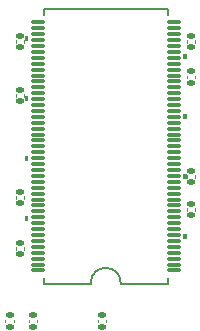
<source format=gbr>
%TF.GenerationSoftware,KiCad,Pcbnew,8.99.0-2608-ga0707285a1*%
%TF.CreationDate,2024-10-22T01:26:18-04:00*%
%TF.ProjectId,shinobi,7368696e-6f62-4692-9e6b-696361645f70,rev?*%
%TF.SameCoordinates,Original*%
%TF.FileFunction,Legend,Bot*%
%TF.FilePolarity,Positive*%
%FSLAX46Y46*%
G04 Gerber Fmt 4.6, Leading zero omitted, Abs format (unit mm)*
G04 Created by KiCad (PCBNEW 8.99.0-2608-ga0707285a1) date 2024-10-22 01:26:18*
%MOMM*%
%LPD*%
G01*
G04 APERTURE LIST*
G04 Aperture macros list*
%AMRoundRect*
0 Rectangle with rounded corners*
0 $1 Rounding radius*
0 $2 $3 $4 $5 $6 $7 $8 $9 X,Y pos of 4 corners*
0 Add a 4 corners polygon primitive as box body*
4,1,4,$2,$3,$4,$5,$6,$7,$8,$9,$2,$3,0*
0 Add four circle primitives for the rounded corners*
1,1,$1+$1,$2,$3*
1,1,$1+$1,$4,$5*
1,1,$1+$1,$6,$7*
1,1,$1+$1,$8,$9*
0 Add four rect primitives between the rounded corners*
20,1,$1+$1,$2,$3,$4,$5,0*
20,1,$1+$1,$4,$5,$6,$7,0*
20,1,$1+$1,$6,$7,$8,$9,0*
20,1,$1+$1,$8,$9,$2,$3,0*%
G04 Aperture macros list end*
%ADD10C,0.120000*%
%ADD11C,0.152400*%
%ADD12C,0.000000*%
%ADD13R,1.584000X1.584000*%
%ADD14C,1.584000*%
%ADD15RoundRect,0.500000X-0.300000X-0.000010X0.300000X-0.000010X0.300000X0.000010X-0.300000X0.000010X0*%
%ADD16RoundRect,0.500000X-0.550000X-0.000010X0.550000X-0.000010X0.550000X0.000010X-0.550000X0.000010X0*%
%ADD17RoundRect,0.140000X0.170000X-0.140000X0.170000X0.140000X-0.170000X0.140000X-0.170000X-0.140000X0*%
%ADD18RoundRect,0.140000X-0.170000X0.140000X-0.170000X-0.140000X0.170000X-0.140000X0.170000X0.140000X0*%
%ADD19RoundRect,0.076200X-0.527050X-0.063500X0.527050X-0.063500X0.527050X0.063500X-0.527050X0.063500X0*%
G04 APERTURE END LIST*
D10*
%TO.C,C59*%
X149983100Y-102741764D02*
X149983100Y-102957436D01*
X150703100Y-102741764D02*
X150703100Y-102957436D01*
%TO.C,C62*%
X164441100Y-112611436D02*
X164441100Y-112395764D01*
X165161100Y-112611436D02*
X165161100Y-112395764D01*
%TO.C,C58*%
X149983100Y-98385436D02*
X149983100Y-98169764D01*
X150703100Y-98385436D02*
X150703100Y-98169764D01*
%TO.C,C35*%
X156908100Y-122070436D02*
X156908100Y-121854764D01*
X157628100Y-122070436D02*
X157628100Y-121854764D01*
%TO.C,C63*%
X164441100Y-109811436D02*
X164441100Y-109595764D01*
X165161100Y-109811436D02*
X165161100Y-109595764D01*
%TO.C,C64*%
X164441100Y-101195764D02*
X164441100Y-101411436D01*
X165161100Y-101195764D02*
X165161100Y-101411436D01*
%TO.C,C61*%
X149983100Y-115695764D02*
X149983100Y-115911436D01*
X150703100Y-115695764D02*
X150703100Y-115911436D01*
%TO.C,C33*%
X149108100Y-122070436D02*
X149108100Y-121854764D01*
X149828100Y-122070436D02*
X149828100Y-121854764D01*
%TO.C,C65*%
X164441100Y-98195764D02*
X164441100Y-98411436D01*
X165161100Y-98195764D02*
X165161100Y-98411436D01*
%TO.C,C34*%
X151058100Y-122070436D02*
X151058100Y-121854764D01*
X151778100Y-122070436D02*
X151778100Y-121854764D01*
%TO.C,C60*%
X149983100Y-111593436D02*
X149983100Y-111377764D01*
X150703100Y-111593436D02*
X150703100Y-111377764D01*
D11*
%TO.C,U8*%
X152335300Y-95534400D02*
X152335300Y-96017000D01*
X152335300Y-118318200D02*
X152335300Y-118800800D01*
X156323100Y-118724600D02*
X156323100Y-118800800D01*
X156323100Y-118800800D02*
X152335300Y-118800800D01*
X158863100Y-118724600D02*
X158863100Y-118800800D01*
X158863100Y-118800800D02*
X162850900Y-118800800D01*
X162850900Y-95534400D02*
X152335300Y-95534400D01*
X162850900Y-96017000D02*
X162850900Y-95534400D01*
X162850900Y-118800800D02*
X162850900Y-118318200D01*
X156323100Y-118724600D02*
G75*
G02*
X158863100Y-118724600I1270000J0D01*
G01*
D12*
G36*
X151014500Y-98226800D02*
G01*
X150735100Y-98226800D01*
X150735100Y-97820400D01*
X151014500Y-97820400D01*
X151014500Y-98226800D01*
G37*
G36*
X151014500Y-103306800D02*
G01*
X150735100Y-103306800D01*
X150735100Y-102900400D01*
X151014500Y-102900400D01*
X151014500Y-103306800D01*
G37*
G36*
X151014500Y-108386800D02*
G01*
X150735100Y-108386800D01*
X150735100Y-107980400D01*
X151014500Y-107980400D01*
X151014500Y-108386800D01*
G37*
G36*
X151014500Y-113466800D02*
G01*
X150735100Y-113466800D01*
X150735100Y-113060400D01*
X151014500Y-113060400D01*
X151014500Y-113466800D01*
G37*
G36*
X164451100Y-99750800D02*
G01*
X164171700Y-99750800D01*
X164171700Y-99344400D01*
X164451100Y-99344400D01*
X164451100Y-99750800D01*
G37*
G36*
X164451100Y-104830800D02*
G01*
X164171700Y-104830800D01*
X164171700Y-104424400D01*
X164451100Y-104424400D01*
X164451100Y-104830800D01*
G37*
G36*
X164451100Y-109910800D02*
G01*
X164171700Y-109910800D01*
X164171700Y-109504400D01*
X164451100Y-109504400D01*
X164451100Y-109910800D01*
G37*
G36*
X164451100Y-114990800D02*
G01*
X164171700Y-114990800D01*
X164171700Y-114584400D01*
X164451100Y-114584400D01*
X164451100Y-114990800D01*
G37*
%TD*%
%LPC*%
D13*
%TO.C,J3*%
X147830100Y-83291600D03*
D14*
X150370100Y-83291600D03*
X152910100Y-83291600D03*
X155450100Y-83291600D03*
X157990100Y-83291600D03*
X160530100Y-83291600D03*
X163070100Y-83291600D03*
X165610100Y-83291600D03*
X168150100Y-83291600D03*
X170690100Y-83291600D03*
%TD*%
D13*
%TO.C,J1*%
X128124900Y-112697400D03*
D14*
X128124900Y-110157400D03*
%TD*%
D15*
%TO.C,J2*%
X127806450Y-98707400D03*
X127806450Y-107347400D03*
D16*
X131806450Y-98707400D03*
X131806450Y-107347400D03*
%TD*%
D13*
%TO.C,J4*%
X128510100Y-126725600D03*
D14*
X131050100Y-126725600D03*
X133590100Y-126725600D03*
X136130100Y-126725600D03*
X138670100Y-126725600D03*
X141210100Y-126725600D03*
X143750100Y-126725600D03*
%TD*%
D17*
%TO.C,C59*%
X150343100Y-103329600D03*
X150343100Y-102369600D03*
%TD*%
D18*
%TO.C,C62*%
X164801100Y-112023600D03*
X164801100Y-112983600D03*
%TD*%
%TO.C,C58*%
X150343100Y-97797600D03*
X150343100Y-98757600D03*
%TD*%
%TO.C,C35*%
X157268100Y-121482600D03*
X157268100Y-122442600D03*
%TD*%
%TO.C,C63*%
X164801100Y-109223600D03*
X164801100Y-110183600D03*
%TD*%
D17*
%TO.C,C64*%
X164801100Y-101783600D03*
X164801100Y-100823600D03*
%TD*%
%TO.C,C61*%
X150343100Y-116283600D03*
X150343100Y-115323600D03*
%TD*%
D18*
%TO.C,C33*%
X149468100Y-121482600D03*
X149468100Y-122442600D03*
%TD*%
D17*
%TO.C,C65*%
X164801100Y-98783600D03*
X164801100Y-97823600D03*
%TD*%
D18*
%TO.C,C34*%
X151418100Y-121482600D03*
X151418100Y-122442600D03*
%TD*%
%TO.C,C60*%
X150343100Y-111005600D03*
X150343100Y-111965600D03*
%TD*%
D19*
%TO.C,U8*%
X151843100Y-117667600D03*
X151843100Y-117167600D03*
X151843100Y-116667600D03*
X151843100Y-116167600D03*
X151843100Y-115667600D03*
X151843100Y-115167600D03*
X151843100Y-114667600D03*
X151843100Y-114167600D03*
X151843100Y-113667600D03*
X151843100Y-113167600D03*
X151843100Y-112667600D03*
X151843100Y-112167600D03*
X151843100Y-111667600D03*
X151843100Y-111167600D03*
X151843100Y-110667600D03*
X151843100Y-110167600D03*
X151843100Y-109667600D03*
X151843100Y-109167600D03*
X151843100Y-108667600D03*
X151843100Y-108167600D03*
X151843100Y-107667600D03*
X151843100Y-107167600D03*
X151843100Y-106667600D03*
X151843100Y-106167600D03*
X151843100Y-105667600D03*
X151843100Y-105167600D03*
X151843100Y-104667600D03*
X151843100Y-104167600D03*
X151843100Y-103667600D03*
X151843100Y-103167600D03*
X151843100Y-102667600D03*
X151843100Y-102167600D03*
X151843100Y-101667600D03*
X151843100Y-101167600D03*
X151843100Y-100667600D03*
X151843100Y-100167600D03*
X151843100Y-99667600D03*
X151843100Y-99167600D03*
X151843100Y-98667600D03*
X151843100Y-98167600D03*
X151843100Y-97667600D03*
X151843100Y-97167600D03*
X151843100Y-96667600D03*
X163343100Y-96667600D03*
X163343100Y-97167600D03*
X163343100Y-97667600D03*
X163343100Y-98167600D03*
X163343100Y-98667600D03*
X163343100Y-99167600D03*
X163343100Y-99667600D03*
X163343100Y-100167600D03*
X163343100Y-100667600D03*
X163343100Y-101167600D03*
X163343100Y-101667600D03*
X163343100Y-102167600D03*
X163343100Y-102667600D03*
X163343100Y-103167600D03*
X163343100Y-103667600D03*
X163343100Y-104167600D03*
X163343100Y-104667600D03*
X163343100Y-105167600D03*
X163343100Y-105667600D03*
X163343100Y-106167600D03*
X163343100Y-106667600D03*
X163343100Y-107167600D03*
X163343100Y-107667600D03*
X163343100Y-108167600D03*
X163343100Y-108667600D03*
X163343100Y-109167600D03*
X163343100Y-109667600D03*
X163343100Y-110167600D03*
X163343100Y-110667600D03*
X163343100Y-111167600D03*
X163343100Y-111667600D03*
X163343100Y-112167600D03*
X163343100Y-112667600D03*
X163343100Y-113167600D03*
X163343100Y-113667600D03*
X163343100Y-114167600D03*
X163343100Y-114667600D03*
X163343100Y-115167600D03*
X163343100Y-115667600D03*
X163343100Y-116167600D03*
X163343100Y-116667600D03*
X163343100Y-117167600D03*
X163343100Y-117667600D03*
%TD*%
%LPD*%
M02*

</source>
